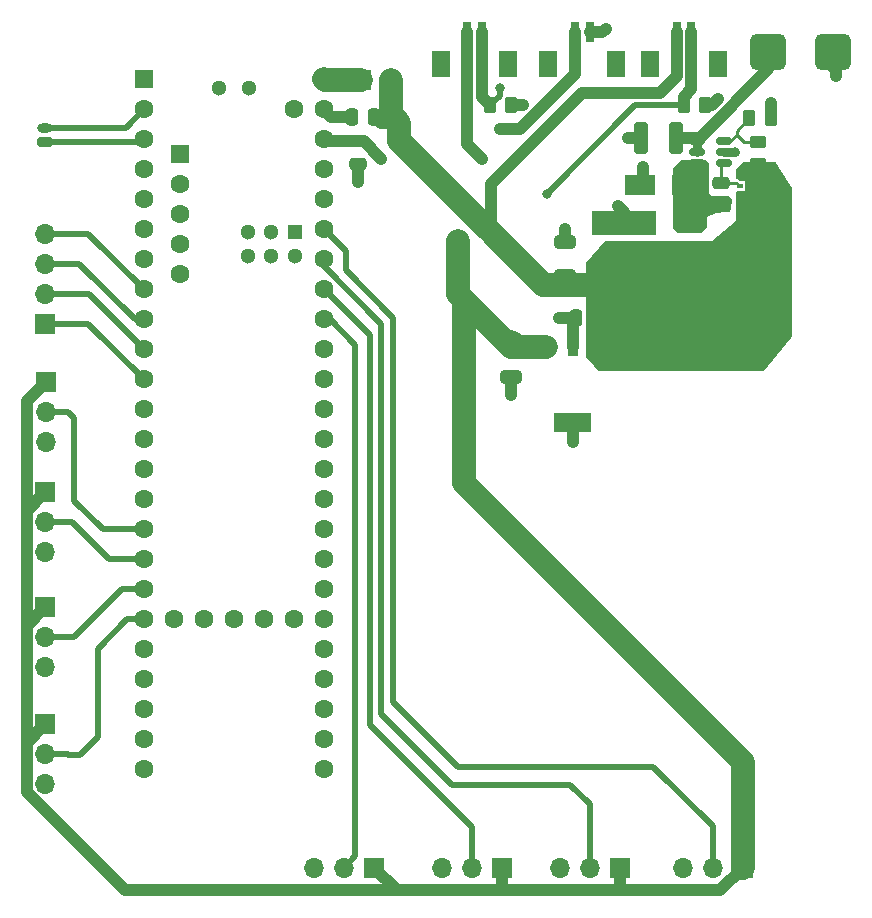
<source format=gbr>
%TF.GenerationSoftware,KiCad,Pcbnew,9.0.0*%
%TF.CreationDate,2025-03-31T19:53:22-05:00*%
%TF.ProjectId,HASP_Power_System,48415350-5f50-46f7-9765-725f53797374,rev?*%
%TF.SameCoordinates,Original*%
%TF.FileFunction,Copper,L1,Top*%
%TF.FilePolarity,Positive*%
%FSLAX46Y46*%
G04 Gerber Fmt 4.6, Leading zero omitted, Abs format (unit mm)*
G04 Created by KiCad (PCBNEW 9.0.0) date 2025-03-31 19:53:22*
%MOMM*%
%LPD*%
G01*
G04 APERTURE LIST*
G04 Aperture macros list*
%AMRoundRect*
0 Rectangle with rounded corners*
0 $1 Rounding radius*
0 $2 $3 $4 $5 $6 $7 $8 $9 X,Y pos of 4 corners*
0 Add a 4 corners polygon primitive as box body*
4,1,4,$2,$3,$4,$5,$6,$7,$8,$9,$2,$3,0*
0 Add four circle primitives for the rounded corners*
1,1,$1+$1,$2,$3*
1,1,$1+$1,$4,$5*
1,1,$1+$1,$6,$7*
1,1,$1+$1,$8,$9*
0 Add four rect primitives between the rounded corners*
20,1,$1+$1,$2,$3,$4,$5,0*
20,1,$1+$1,$4,$5,$6,$7,0*
20,1,$1+$1,$6,$7,$8,$9,0*
20,1,$1+$1,$8,$9,$2,$3,0*%
G04 Aperture macros list end*
%TA.AperFunction,EtchedComponent*%
%ADD10C,0.000000*%
%TD*%
%TA.AperFunction,SMDPad,CuDef*%
%ADD11RoundRect,0.250000X-0.262500X-0.450000X0.262500X-0.450000X0.262500X0.450000X-0.262500X0.450000X0*%
%TD*%
%TA.AperFunction,ComponentPad*%
%ADD12R,1.700000X1.700000*%
%TD*%
%TA.AperFunction,ComponentPad*%
%ADD13O,1.700000X1.700000*%
%TD*%
%TA.AperFunction,SMDPad,CuDef*%
%ADD14R,5.520000X2.000000*%
%TD*%
%TA.AperFunction,SMDPad,CuDef*%
%ADD15RoundRect,0.250000X-0.475000X0.250000X-0.475000X-0.250000X0.475000X-0.250000X0.475000X0.250000X0*%
%TD*%
%TA.AperFunction,SMDPad,CuDef*%
%ADD16RoundRect,0.250000X0.250000X0.475000X-0.250000X0.475000X-0.250000X-0.475000X0.250000X-0.475000X0*%
%TD*%
%TA.AperFunction,SMDPad,CuDef*%
%ADD17RoundRect,0.250000X0.650000X-0.325000X0.650000X0.325000X-0.650000X0.325000X-0.650000X-0.325000X0*%
%TD*%
%TA.AperFunction,SMDPad,CuDef*%
%ADD18R,0.700000X1.800000*%
%TD*%
%TA.AperFunction,SMDPad,CuDef*%
%ADD19R,1.600000X2.200000*%
%TD*%
%TA.AperFunction,SMDPad,CuDef*%
%ADD20R,2.500000X1.700000*%
%TD*%
%TA.AperFunction,SMDPad,CuDef*%
%ADD21RoundRect,0.150000X0.512500X0.150000X-0.512500X0.150000X-0.512500X-0.150000X0.512500X-0.150000X0*%
%TD*%
%TA.AperFunction,SMDPad,CuDef*%
%ADD22RoundRect,0.250000X0.325000X1.100000X-0.325000X1.100000X-0.325000X-1.100000X0.325000X-1.100000X0*%
%TD*%
%TA.AperFunction,SMDPad,CuDef*%
%ADD23R,0.838200X1.600200*%
%TD*%
%TA.AperFunction,SMDPad,CuDef*%
%ADD24RoundRect,0.250000X-0.650000X0.325000X-0.650000X-0.325000X0.650000X-0.325000X0.650000X0.325000X0*%
%TD*%
%TA.AperFunction,SMDPad,CuDef*%
%ADD25RoundRect,0.450000X-1.050000X-1.050000X1.050000X-1.050000X1.050000X1.050000X-1.050000X1.050000X0*%
%TD*%
%TA.AperFunction,SMDPad,CuDef*%
%ADD26R,0.600000X0.450000*%
%TD*%
%TA.AperFunction,ComponentPad*%
%ADD27R,1.600000X1.600000*%
%TD*%
%TA.AperFunction,ComponentPad*%
%ADD28C,1.600000*%
%TD*%
%TA.AperFunction,ComponentPad*%
%ADD29R,1.300000X1.300000*%
%TD*%
%TA.AperFunction,ComponentPad*%
%ADD30C,1.300000*%
%TD*%
%TA.AperFunction,SMDPad,CuDef*%
%ADD31R,1.400000X1.000000*%
%TD*%
%TA.AperFunction,SMDPad,CuDef*%
%ADD32RoundRect,0.250000X0.450000X-0.262500X0.450000X0.262500X-0.450000X0.262500X-0.450000X-0.262500X0*%
%TD*%
%TA.AperFunction,ComponentPad*%
%ADD33RoundRect,0.200000X0.450000X-0.200000X0.450000X0.200000X-0.450000X0.200000X-0.450000X-0.200000X0*%
%TD*%
%TA.AperFunction,ComponentPad*%
%ADD34O,1.300000X0.800000*%
%TD*%
%TA.AperFunction,ViaPad*%
%ADD35C,0.800000*%
%TD*%
%TA.AperFunction,Conductor*%
%ADD36C,1.000000*%
%TD*%
%TA.AperFunction,Conductor*%
%ADD37C,0.750000*%
%TD*%
%TA.AperFunction,Conductor*%
%ADD38C,0.250000*%
%TD*%
%TA.AperFunction,Conductor*%
%ADD39C,2.000000*%
%TD*%
%TA.AperFunction,Conductor*%
%ADD40C,0.500000*%
%TD*%
G04 APERTURE END LIST*
D10*
%TA.AperFunction,EtchedComponent*%
%TO.C,U2*%
G36*
X161774800Y-101181126D02*
G01*
X158625200Y-101181126D01*
X158625200Y-99580926D01*
X161774800Y-99580926D01*
X161774800Y-101181126D01*
G37*
%TD.AperFunction*%
%TD*%
D11*
%TO.P,R3,1*%
%TO.N,3V_Current*%
X153175000Y-73500000D03*
%TO.P,R3,2*%
%TO.N,GND*%
X155000000Y-73500000D03*
%TD*%
D12*
%TO.P,J5,1,Pin_1*%
%TO.N,Net-(J5-Pin_1)*%
X142225000Y-71375000D03*
D13*
%TO.P,J5,2,Pin_2*%
%TO.N,+5V*%
X144765000Y-71375000D03*
%TD*%
D14*
%TO.P,C3,1*%
%TO.N,+5V*%
X164500000Y-88706000D03*
%TO.P,C3,2*%
%TO.N,GND*%
X164500000Y-83500000D03*
%TD*%
D15*
%TO.P,C2,1*%
%TO.N,Net-(D2-K)*%
X172719400Y-80049800D03*
%TO.P,C2,2*%
%TO.N,/SW_NODE*%
X172719400Y-81949800D03*
%TD*%
D16*
%TO.P,C7,1*%
%TO.N,+5V*%
X143400000Y-74475662D03*
%TO.P,C7,2*%
%TO.N,GND*%
X141500000Y-74475662D03*
%TD*%
%TO.P,C5,1*%
%TO.N,+5V*%
X162400000Y-91500000D03*
%TO.P,C5,2*%
%TO.N,GND*%
X160500000Y-91500000D03*
%TD*%
D12*
%TO.P,J10,1,Pin_1*%
%TO.N,+3V3_LDO*%
X115510000Y-115990000D03*
D13*
%TO.P,J10,2,Pin_2*%
%TO.N,TEMP3*%
X115510000Y-118530000D03*
%TO.P,J10,3,Pin_3*%
%TO.N,GND*%
X115510000Y-121070000D03*
%TD*%
D17*
%TO.P,C4,1*%
%TO.N,+5V*%
X159500000Y-87975000D03*
%TO.P,C4,2*%
%TO.N,GND*%
X159500000Y-85025000D03*
%TD*%
D12*
%TO.P,J11,1,Pin_1*%
%TO.N,+3V3_LDO*%
X115520000Y-125900000D03*
D13*
%TO.P,J11,2,Pin_2*%
%TO.N,TEMP4*%
X115520000Y-128440000D03*
%TO.P,J11,3,Pin_3*%
%TO.N,GND*%
X115520000Y-130980000D03*
%TD*%
D18*
%TO.P,J7,1,Pin_1*%
%TO.N,+3V3_Teensy*%
X160375000Y-67300000D03*
%TO.P,J7,2,Pin_2*%
%TO.N,GND*%
X161625000Y-67300000D03*
D19*
%TO.P,J7,MP*%
%TO.N,N/C*%
X158125000Y-70000000D03*
X163875000Y-70000000D03*
%TD*%
D20*
%TO.P,D1,1,K*%
%TO.N,/SW_NODE*%
X169894400Y-80264800D03*
%TO.P,D1,2,A*%
%TO.N,GND*%
X165894400Y-80264800D03*
%TD*%
D11*
%TO.P,R4,1*%
%TO.N,5V_Current*%
X169587500Y-73500000D03*
%TO.P,R4,2*%
%TO.N,GND*%
X171412500Y-73500000D03*
%TD*%
D12*
%TO.P,J9,1,Pin_1*%
%TO.N,+3V3_LDO*%
X115540000Y-106250000D03*
D13*
%TO.P,J9,2,Pin_2*%
%TO.N,TEMP2*%
X115540000Y-108790000D03*
%TO.P,J9,3,Pin_3*%
%TO.N,GND*%
X115540000Y-111330000D03*
%TD*%
D11*
%TO.P,R2,1*%
%TO.N,Net-(U1-V_{FB})*%
X175156900Y-74599800D03*
%TO.P,R2,2*%
%TO.N,GND*%
X176981900Y-74599800D03*
%TD*%
D21*
%TO.P,U1,1,Boost*%
%TO.N,Net-(D2-K)*%
X172963100Y-78415200D03*
%TO.P,U1,2,GND*%
%TO.N,GND*%
X172963100Y-77465200D03*
%TO.P,U1,3,V_{FB}*%
%TO.N,Net-(U1-V_{FB})*%
X172963100Y-76515200D03*
%TO.P,U1,4,EN*%
%TO.N,VCC_30*%
X170688100Y-76515200D03*
%TO.P,U1,5,V_{IN}*%
X170688100Y-77465200D03*
%TO.P,U1,6,SW*%
%TO.N,/SW_NODE*%
X170688100Y-78415200D03*
%TD*%
D22*
%TO.P,C1,1*%
%TO.N,VCC_30*%
X168944200Y-76253400D03*
%TO.P,C1,2*%
%TO.N,GND*%
X165994200Y-76253400D03*
%TD*%
D12*
%TO.P,J12,1,Pin_1*%
%TO.N,+3V3_LDO*%
X174570000Y-138040000D03*
D13*
%TO.P,J12,2,Pin_2*%
%TO.N,TEMP5*%
X172030000Y-138040000D03*
%TO.P,J12,3,Pin_3*%
%TO.N,GND*%
X169490000Y-138040000D03*
%TD*%
D12*
%TO.P,J8,1,Pin_1*%
%TO.N,+3V3_LDO*%
X115570000Y-96935000D03*
D13*
%TO.P,J8,2,Pin_2*%
%TO.N,TEMP1*%
X115570000Y-99475000D03*
%TO.P,J8,3,Pin_3*%
%TO.N,GND*%
X115570000Y-102015000D03*
%TD*%
D23*
%TO.P,U2,1,IN*%
%TO.N,+5V*%
X162500000Y-93980226D03*
%TO.P,U2,2,GND*%
%TO.N,GND*%
X160200000Y-93980226D03*
%TO.P,U2,3,OUT*%
%TO.N,+3V3_LDO*%
X157900000Y-93980226D03*
%TD*%
D12*
%TO.P,J13,1,Pin_1*%
%TO.N,+3V3_LDO*%
X164160000Y-138070000D03*
D13*
%TO.P,J13,2,Pin_2*%
%TO.N,TEMP6*%
X161620000Y-138070000D03*
%TO.P,J13,3,Pin_3*%
%TO.N,GND*%
X159080000Y-138070000D03*
%TD*%
D24*
%TO.P,C6,1*%
%TO.N,+3V3_LDO*%
X155000000Y-93525000D03*
%TO.P,C6,2*%
%TO.N,GND*%
X155000000Y-96475000D03*
%TD*%
D25*
%TO.P,J16,1,Pin_1*%
%TO.N,VCC_30*%
X176750000Y-69000000D03*
%TO.P,J16,2,Pin_2*%
%TO.N,GND*%
X182250000Y-69000000D03*
%TD*%
D12*
%TO.P,J6,1,Pin_1*%
%TO.N,GPIO4*%
X115500000Y-92000000D03*
D13*
%TO.P,J6,2,Pin_2*%
%TO.N,GPIO3*%
X115500000Y-89460000D03*
%TO.P,J6,3,Pin_3*%
%TO.N,GPIO2*%
X115500000Y-86920000D03*
%TO.P,J6,4,Pin_4*%
%TO.N,GPIO1*%
X115500000Y-84380000D03*
%TD*%
D26*
%TO.P,D2,1,K*%
%TO.N,Net-(D2-K)*%
X174313600Y-80311800D03*
%TO.P,D2,2,A*%
%TO.N,+5V*%
X176413600Y-80311800D03*
%TD*%
D27*
%TO.P,U3,1,GND*%
%TO.N,GND*%
X123880000Y-71290000D03*
D28*
%TO.P,U3,2,0_RX1_CRX2_CS1*%
%TO.N,RX*%
X123880000Y-73830000D03*
%TO.P,U3,3,1_TX1_CTX2_MISO1*%
%TO.N,TX*%
X123880000Y-76370000D03*
%TO.P,U3,4,2_OUT2*%
%TO.N,unconnected-(U3-2_OUT2-Pad4)*%
X123880000Y-78910000D03*
%TO.P,U3,5,3_LRCLK2*%
%TO.N,unconnected-(U3-3_LRCLK2-Pad5)*%
X123880000Y-81450000D03*
%TO.P,U3,6,4_BCLK2*%
%TO.N,unconnected-(U3-4_BCLK2-Pad6)*%
X123880000Y-83990000D03*
%TO.P,U3,7,5_IN2*%
%TO.N,unconnected-(U3-5_IN2-Pad7)*%
X123880000Y-86530000D03*
%TO.P,U3,8,6_OUT1D*%
%TO.N,GPIO1*%
X123880000Y-89070000D03*
%TO.P,U3,9,7_RX2_OUT1A*%
%TO.N,GPIO2*%
X123880000Y-91610000D03*
%TO.P,U3,10,8_TX2_IN1*%
%TO.N,GPIO3*%
X123880000Y-94150000D03*
%TO.P,U3,11,9_OUT1C*%
%TO.N,GPIO4*%
X123880000Y-96690000D03*
%TO.P,U3,12,10_CS_MQSR*%
%TO.N,unconnected-(U3-10_CS_MQSR-Pad12)*%
X123880000Y-99230000D03*
%TO.P,U3,13,11_MOSI_CTX1*%
%TO.N,unconnected-(U3-11_MOSI_CTX1-Pad13)*%
X123880000Y-101770000D03*
%TO.P,U3,14,12_MISO_MQSL*%
%TO.N,unconnected-(U3-12_MISO_MQSL-Pad14)*%
X123880000Y-104310000D03*
%TO.P,U3,15,3V3*%
%TO.N,unconnected-(U3-3V3-Pad15)*%
X123880000Y-106850000D03*
%TO.P,U3,16,24_A10_TX6_SCL2*%
%TO.N,TEMP1*%
X123880000Y-109390000D03*
%TO.P,U3,17,25_A11_RX6_SDA2*%
%TO.N,TEMP2*%
X123880000Y-111930000D03*
%TO.P,U3,18,26_A12_MOSI1*%
%TO.N,TEMP3*%
X123880000Y-114470000D03*
%TO.P,U3,19,27_A13_SCK1*%
%TO.N,TEMP4*%
X123880000Y-117010000D03*
%TO.P,U3,20,28_RX7*%
%TO.N,unconnected-(U3-28_RX7-Pad20)*%
X123880000Y-119550000D03*
%TO.P,U3,21,29_TX7*%
%TO.N,unconnected-(U3-29_TX7-Pad21)*%
X123880000Y-122090000D03*
%TO.P,U3,22,30_CRX3*%
%TO.N,unconnected-(U3-30_CRX3-Pad22)*%
X123880000Y-124630000D03*
%TO.P,U3,23,31_CTX3*%
%TO.N,unconnected-(U3-31_CTX3-Pad23)*%
X123880000Y-127170000D03*
%TO.P,U3,24,32_OUT1B*%
%TO.N,unconnected-(U3-32_OUT1B-Pad24)*%
X123880000Y-129710000D03*
%TO.P,U3,25,33_MCLK2*%
%TO.N,unconnected-(U3-33_MCLK2-Pad25)*%
X139120000Y-129710000D03*
%TO.P,U3,26,34_RX8*%
%TO.N,unconnected-(U3-34_RX8-Pad26)*%
X139120000Y-127170000D03*
%TO.P,U3,27,35_TX8*%
%TO.N,unconnected-(U3-35_TX8-Pad27)*%
X139120000Y-124630000D03*
%TO.P,U3,28,36_CS*%
%TO.N,unconnected-(U3-36_CS-Pad28)*%
X139120000Y-122090000D03*
%TO.P,U3,29,37_CS*%
%TO.N,unconnected-(U3-37_CS-Pad29)*%
X139120000Y-119550000D03*
%TO.P,U3,30,38_CS1_IN1*%
%TO.N,unconnected-(U3-38_CS1_IN1-Pad30)*%
X139120000Y-117010000D03*
%TO.P,U3,31,39_MISO1_OUT1A*%
%TO.N,unconnected-(U3-39_MISO1_OUT1A-Pad31)*%
X139120000Y-114470000D03*
%TO.P,U3,32,40_A16*%
%TO.N,unconnected-(U3-40_A16-Pad32)*%
X139120000Y-111930000D03*
%TO.P,U3,33,41_A17*%
%TO.N,unconnected-(U3-41_A17-Pad33)*%
X139120000Y-109390000D03*
%TO.P,U3,34,GND*%
%TO.N,GND*%
X139120000Y-106850000D03*
%TO.P,U3,35,13_SCK_LED*%
%TO.N,unconnected-(U3-13_SCK_LED-Pad35)*%
X139120000Y-104310000D03*
%TO.P,U3,36,14_A0_TX3_SPDIF_OUT*%
%TO.N,unconnected-(U3-14_A0_TX3_SPDIF_OUT-Pad36)*%
X139120000Y-101770000D03*
%TO.P,U3,37,15_A1_RX3_SPDIF_IN*%
%TO.N,unconnected-(U3-15_A1_RX3_SPDIF_IN-Pad37)*%
X139120000Y-99230000D03*
%TO.P,U3,38,16_A2_RX4_SCL1*%
%TO.N,unconnected-(U3-16_A2_RX4_SCL1-Pad38)*%
X139120000Y-96690000D03*
%TO.P,U3,39,17_A3_TX4_SDA1*%
%TO.N,unconnected-(U3-17_A3_TX4_SDA1-Pad39)*%
X139120000Y-94150000D03*
%TO.P,U3,40,18_A4_SDA*%
%TO.N,TEMP8*%
X139120000Y-91610000D03*
%TO.P,U3,41,19_A5_SCL*%
%TO.N,TEMP7*%
X139120000Y-89070000D03*
%TO.P,U3,42,20_A6_TX5_LRCLK1*%
%TO.N,TEMP6*%
X139120000Y-86530000D03*
%TO.P,U3,43,21_A7_RX5_BCLK1*%
%TO.N,TEMP5*%
X139120000Y-83990000D03*
%TO.P,U3,44,22_A8_CTX1*%
%TO.N,5V_Current*%
X139120000Y-81450000D03*
%TO.P,U3,45,23_A9_CRX1_MCLK1*%
%TO.N,3V_Current*%
X139120000Y-78910000D03*
%TO.P,U3,46,3V3*%
%TO.N,+3V3_Teensy*%
X139120000Y-76370000D03*
%TO.P,U3,47,GND*%
%TO.N,GND*%
X139120000Y-73830000D03*
%TO.P,U3,48,VIN*%
%TO.N,Net-(J5-Pin_1)*%
X139120000Y-71290000D03*
%TO.P,U3,49,VUSB*%
%TO.N,unconnected-(U3-VUSB-Pad49)*%
X136580000Y-73830000D03*
%TO.P,U3,50,VBAT*%
%TO.N,unconnected-(U3-VBAT-Pad50)*%
X126420000Y-117010000D03*
%TO.P,U3,51,3V3*%
%TO.N,unconnected-(U3-3V3-Pad51)*%
X128960000Y-117010000D03*
%TO.P,U3,52,GND*%
%TO.N,unconnected-(U3-GND-Pad52)*%
X131500000Y-117010000D03*
%TO.P,U3,53,PROGRAM*%
%TO.N,unconnected-(U3-PROGRAM-Pad53)*%
X134040000Y-117010000D03*
%TO.P,U3,54,ON_OFF*%
%TO.N,unconnected-(U3-ON_OFF-Pad54)*%
X136580000Y-117010000D03*
D27*
%TO.P,U3,55,5V*%
%TO.N,unconnected-(U3-5V-Pad55)*%
X126930800Y-77589200D03*
D28*
%TO.P,U3,56,D-*%
%TO.N,unconnected-(U3-D--Pad56)*%
X126930800Y-80129200D03*
%TO.P,U3,57,D+*%
%TO.N,unconnected-(U3-D+-Pad57)*%
X126930800Y-82669200D03*
%TO.P,U3,58,GND*%
%TO.N,unconnected-(U3-GND-Pad58)*%
X126930800Y-85209200D03*
%TO.P,U3,59,GND*%
%TO.N,unconnected-(U3-GND-Pad59)*%
X126930800Y-87749200D03*
D29*
%TO.P,U3,60,R+*%
%TO.N,unconnected-(U3-R+-Pad60)*%
X136681600Y-84260000D03*
D30*
%TO.P,U3,61,LED*%
%TO.N,unconnected-(U3-LED-Pad61)*%
X134681600Y-84260000D03*
%TO.P,U3,62,T-*%
%TO.N,unconnected-(U3-T--Pad62)*%
X132681600Y-84260000D03*
%TO.P,U3,63,T+*%
%TO.N,unconnected-(U3-T+-Pad63)*%
X132681600Y-86260000D03*
%TO.P,U3,64,GND*%
%TO.N,unconnected-(U3-GND-Pad64)*%
X134681600Y-86260000D03*
%TO.P,U3,65,R-*%
%TO.N,unconnected-(U3-R--Pad65)*%
X136681600Y-86260000D03*
%TO.P,U3,66,D-*%
%TO.N,unconnected-(U3-D--Pad66)*%
X132770000Y-72020000D03*
%TO.P,U3,67,D+*%
%TO.N,unconnected-(U3-D+-Pad67)*%
X130230000Y-72020000D03*
%TD*%
D18*
%TO.P,J3,1,Pin_1*%
%TO.N,+5V*%
X168995000Y-67300000D03*
%TO.P,J3,2,Pin_2*%
%TO.N,5V_Current*%
X170245000Y-67300000D03*
D19*
%TO.P,J3,MP*%
%TO.N,N/C*%
X166745000Y-70000000D03*
X172495000Y-70000000D03*
%TD*%
D31*
%TO.P,L1,1*%
%TO.N,/SW_NODE*%
X170227879Y-83635396D03*
%TO.P,L1,2*%
%TO.N,+5V*%
X170227879Y-86935396D03*
%TD*%
D32*
%TO.P,R1,1*%
%TO.N,+5V*%
X175871600Y-78430300D03*
%TO.P,R1,2*%
%TO.N,Net-(U1-V_{FB})*%
X175871600Y-76605300D03*
%TD*%
D12*
%TO.P,J14,1,Pin_1*%
%TO.N,+3V3_LDO*%
X154170000Y-138080000D03*
D13*
%TO.P,J14,2,Pin_2*%
%TO.N,TEMP7*%
X151630000Y-138080000D03*
%TO.P,J14,3,Pin_3*%
%TO.N,GND*%
X149090000Y-138080000D03*
%TD*%
D15*
%TO.P,C8,1*%
%TO.N,+3V3_Teensy*%
X142000000Y-76550000D03*
%TO.P,C8,2*%
%TO.N,GND*%
X142000000Y-78450000D03*
%TD*%
D12*
%TO.P,J15,1,Pin_1*%
%TO.N,+3V3_LDO*%
X143360000Y-138030000D03*
D13*
%TO.P,J15,2,Pin_2*%
%TO.N,TEMP8*%
X140820000Y-138030000D03*
%TO.P,J15,3,Pin_3*%
%TO.N,GND*%
X138280000Y-138030000D03*
%TD*%
D18*
%TO.P,J2,1,Pin_1*%
%TO.N,+3V3_LDO*%
X151250000Y-67300000D03*
%TO.P,J2,2,Pin_2*%
%TO.N,3V_Current*%
X152500000Y-67300000D03*
D19*
%TO.P,J2,MP*%
%TO.N,N/C*%
X149000000Y-70000000D03*
X154750000Y-70000000D03*
%TD*%
D33*
%TO.P,J4,1,Pin_1*%
%TO.N,TX*%
X115500000Y-76625000D03*
D34*
%TO.P,J4,2,Pin_2*%
%TO.N,RX*%
X115500000Y-75375000D03*
%TD*%
D35*
%TO.N,GND*%
X159000000Y-91500000D03*
X142000000Y-80000000D03*
X166168800Y-78737000D03*
X173966600Y-77416200D03*
X172500000Y-73000000D03*
X155000000Y-98000000D03*
X159500000Y-84000000D03*
X163000000Y-67000000D03*
X156000000Y-73500000D03*
X164000000Y-82000000D03*
X177009400Y-73319800D03*
X182500000Y-71000000D03*
X160196096Y-101981180D03*
X164979400Y-76289800D03*
%TO.N,+3V3_Teensy*%
X144000000Y-78000000D03*
X154000000Y-75500000D03*
%TO.N,+3V3_LDO*%
X150500000Y-85000000D03*
X152500000Y-78000000D03*
%TO.N,3V_Current*%
X154000000Y-72000000D03*
%TO.N,5V_Current*%
X158000000Y-81000000D03*
%TD*%
D36*
%TO.N,VCC_30*%
X176750000Y-70448470D02*
X170945070Y-76253400D01*
X177000000Y-69500000D02*
X177000000Y-69250000D01*
X170945070Y-76253400D02*
X168944200Y-76253400D01*
X177000000Y-69250000D02*
X176750000Y-69000000D01*
X176750000Y-69000000D02*
X176750000Y-70448470D01*
D37*
X170688100Y-77465200D02*
X170688100Y-76515200D01*
D36*
%TO.N,GND*%
X176999400Y-74192300D02*
X176999400Y-73279800D01*
X182250000Y-69000000D02*
X182250000Y-70250000D01*
X182500000Y-70500000D02*
X182500000Y-71000000D01*
X164500000Y-82500000D02*
X164000000Y-82000000D01*
X171412500Y-73500000D02*
X172000000Y-73500000D01*
X160200000Y-101977276D02*
X160196096Y-101981180D01*
D37*
X172963100Y-77465200D02*
X173917600Y-77465200D01*
D36*
X165879400Y-76289800D02*
X164899000Y-76289800D01*
X139765662Y-74475662D02*
X139120000Y-73830000D01*
X155000000Y-73500000D02*
X156000000Y-73500000D01*
X162700000Y-67300000D02*
X163000000Y-67000000D01*
X141500000Y-74475662D02*
X139765662Y-74475662D01*
X166175400Y-80159400D02*
X166175400Y-78743600D01*
D37*
X173917600Y-77465200D02*
X173966600Y-77416200D01*
D36*
X160200000Y-100381026D02*
X160200000Y-101977276D01*
X159500000Y-85025000D02*
X159500000Y-84000000D01*
X160200000Y-91800000D02*
X160500000Y-91500000D01*
X172000000Y-73500000D02*
X172500000Y-73000000D01*
X166175400Y-78743600D02*
X166168800Y-78737000D01*
X160200000Y-93980226D02*
X160200000Y-91800000D01*
X160500000Y-91500000D02*
X159000000Y-91500000D01*
X161625000Y-67300000D02*
X162700000Y-67300000D01*
X182250000Y-70250000D02*
X182500000Y-70500000D01*
X155000000Y-96475000D02*
X155000000Y-98000000D01*
X142000000Y-78450000D02*
X142000000Y-80000000D01*
X164500000Y-83500000D02*
X164500000Y-82500000D01*
D38*
%TO.N,Net-(D2-K)*%
X172719400Y-80049800D02*
X174051600Y-80049800D01*
X172719400Y-80049800D02*
X172719400Y-78658900D01*
X172719400Y-78658900D02*
X172963100Y-78415200D01*
X174051600Y-80049800D02*
X174313600Y-80311800D01*
D36*
%TO.N,+5V*%
X168995000Y-71052000D02*
X167585500Y-72461500D01*
X168995000Y-67300000D02*
X168995000Y-71052000D01*
D39*
X153250000Y-84250000D02*
X145500000Y-76500000D01*
D36*
X143924338Y-75000000D02*
X145500000Y-75000000D01*
D39*
X145500000Y-76500000D02*
X145500000Y-75000000D01*
X144765000Y-74265000D02*
X144765000Y-71375000D01*
X145500000Y-75000000D02*
X144765000Y-74265000D01*
D36*
X143400000Y-74475662D02*
X143924338Y-75000000D01*
D39*
X157706000Y-88706000D02*
X153250000Y-84250000D01*
D36*
X153250000Y-80185656D02*
X153250000Y-84250000D01*
X167585500Y-72461500D02*
X160974156Y-72461500D01*
X160974156Y-72461500D02*
X153250000Y-80185656D01*
D39*
X164500000Y-88706000D02*
X157706000Y-88706000D01*
D38*
%TO.N,Net-(U1-V_{FB})*%
X173548700Y-76515200D02*
X174069150Y-75994750D01*
X175871600Y-76605300D02*
X174679700Y-76605300D01*
X174069150Y-75994750D02*
X174069150Y-75687550D01*
X172963100Y-76515200D02*
X173548700Y-76515200D01*
X174679700Y-76605300D02*
X174069150Y-75994750D01*
X174069150Y-75687550D02*
X175156900Y-74599800D01*
D40*
%TO.N,TEMP7*%
X139120000Y-89070000D02*
X143000000Y-92950000D01*
X151630000Y-134630000D02*
X151630000Y-138080000D01*
X143000000Y-126000000D02*
X151630000Y-134630000D01*
X143000000Y-92950000D02*
X143000000Y-126000000D01*
%TO.N,TEMP4*%
X120000000Y-119500000D02*
X122490000Y-117010000D01*
X120000000Y-127000000D02*
X120000000Y-119500000D01*
X115520000Y-128440000D02*
X117440000Y-128440000D01*
X117500000Y-128500000D02*
X118500000Y-128500000D01*
X117440000Y-128440000D02*
X117500000Y-128500000D01*
X118500000Y-128500000D02*
X120000000Y-127000000D01*
X122490000Y-117010000D02*
X123880000Y-117010000D01*
%TO.N,TEMP5*%
X140959000Y-85829000D02*
X140959000Y-87459000D01*
X140959000Y-87459000D02*
X145000000Y-91500000D01*
X145000000Y-124000000D02*
X150500000Y-129500000D01*
X167000000Y-129500000D02*
X172030000Y-134530000D01*
X145000000Y-91500000D02*
X145000000Y-124000000D01*
X172030000Y-134580000D02*
X172030000Y-134520000D01*
X139120000Y-83990000D02*
X140959000Y-85829000D01*
X172030000Y-134530000D02*
X172030000Y-134580000D01*
X172030000Y-138040000D02*
X172030000Y-134580000D01*
X150500000Y-129500000D02*
X167000000Y-129500000D01*
D36*
%TO.N,+3V3_Teensy*%
X160375000Y-67300000D02*
X160375000Y-70823470D01*
X155698470Y-75500000D02*
X154000000Y-75500000D01*
X142550000Y-76550000D02*
X144000000Y-78000000D01*
X139300000Y-76550000D02*
X139120000Y-76370000D01*
X160375000Y-70823470D02*
X155698470Y-75500000D01*
X142000000Y-76550000D02*
X142550000Y-76550000D01*
X142000000Y-76550000D02*
X139300000Y-76550000D01*
D40*
%TO.N,TEMP3*%
X115510000Y-118530000D02*
X117970000Y-118530000D01*
X122030000Y-114470000D02*
X123880000Y-114470000D01*
X117970000Y-118530000D02*
X122030000Y-114470000D01*
%TO.N,TEMP1*%
X120390000Y-109390000D02*
X123880000Y-109390000D01*
X118000000Y-107000000D02*
X120390000Y-109390000D01*
X117475000Y-99475000D02*
X118000000Y-100000000D01*
X118000000Y-100000000D02*
X118000000Y-107000000D01*
X115570000Y-99475000D02*
X117475000Y-99475000D01*
%TO.N,TEMP8*%
X139615000Y-91610000D02*
X141780000Y-93775000D01*
X141780000Y-137070000D02*
X140820000Y-138030000D01*
X141780000Y-93775000D02*
X141780000Y-137070000D01*
X139120000Y-91610000D02*
X139615000Y-91610000D01*
D36*
%TO.N,+3V3_LDO*%
X151250000Y-67300000D02*
X151250000Y-76750000D01*
X113959000Y-117541000D02*
X115510000Y-115990000D01*
X113959000Y-117541000D02*
X113959000Y-107831000D01*
X155025000Y-93500000D02*
X155000000Y-93525000D01*
X164160000Y-138070000D02*
X164160000Y-139880000D01*
X154170000Y-139800000D02*
X154020000Y-139950000D01*
D39*
X151000000Y-90000000D02*
X150500000Y-89500000D01*
D36*
X154170000Y-138080000D02*
X154170000Y-139800000D01*
X113969000Y-127451000D02*
X115520000Y-125900000D01*
X145280000Y-139950000D02*
X154020000Y-139950000D01*
X113969000Y-131622446D02*
X113969000Y-127451000D01*
X113959000Y-127441000D02*
X113959000Y-117541000D01*
X154020000Y-139950000D02*
X164090000Y-139950000D01*
X113959000Y-107831000D02*
X115540000Y-106250000D01*
X145280000Y-139950000D02*
X122296554Y-139950000D01*
X113959000Y-107831000D02*
X113959000Y-98546000D01*
X164160000Y-139880000D02*
X164090000Y-139950000D01*
X151250000Y-76750000D02*
X152500000Y-78000000D01*
X143360000Y-138030000D02*
X145280000Y-139950000D01*
X113959000Y-98546000D02*
X115570000Y-96935000D01*
X164090000Y-139950000D02*
X172660000Y-139950000D01*
D39*
X174570000Y-129070000D02*
X174570000Y-138040000D01*
X155455226Y-93980226D02*
X154980226Y-93980226D01*
X155455226Y-93980226D02*
X155000000Y-93525000D01*
D36*
X172660000Y-139950000D02*
X174570000Y-138040000D01*
D39*
X151000000Y-105500000D02*
X174570000Y-129070000D01*
X150500000Y-88500000D02*
X150500000Y-85000000D01*
X150500000Y-89500000D02*
X150500000Y-88500000D01*
D36*
X155000000Y-93525000D02*
X154525000Y-93525000D01*
D39*
X151500000Y-90500000D02*
X151000000Y-90000000D01*
X151000000Y-90000000D02*
X151000000Y-105500000D01*
D36*
X113969000Y-127451000D02*
X113959000Y-127441000D01*
D39*
X154980226Y-93980226D02*
X151500000Y-90500000D01*
X157900000Y-93980226D02*
X155455226Y-93980226D01*
D36*
X122296554Y-139950000D02*
X113969000Y-131622446D01*
D40*
%TO.N,RX*%
X115500000Y-75375000D02*
X122335000Y-75375000D01*
X122335000Y-75375000D02*
X123880000Y-73830000D01*
%TO.N,TX*%
X115500000Y-76625000D02*
X123625000Y-76625000D01*
X123625000Y-76625000D02*
X123880000Y-76370000D01*
%TO.N,TEMP6*%
X144000000Y-92000000D02*
X144000000Y-125000000D01*
X160000000Y-131000000D02*
X161620000Y-132620000D01*
X144000000Y-125000000D02*
X150000000Y-131000000D01*
X139120000Y-86530000D02*
X139120000Y-87120000D01*
X139120000Y-87120000D02*
X144000000Y-92000000D01*
X150000000Y-131000000D02*
X160000000Y-131000000D01*
X161620000Y-132620000D02*
X161620000Y-138070000D01*
D39*
%TO.N,Net-(J5-Pin_1)*%
X139205000Y-71375000D02*
X139120000Y-71290000D01*
X142225000Y-71375000D02*
X139205000Y-71375000D01*
D40*
%TO.N,GPIO3*%
X117960000Y-89460000D02*
X115500000Y-89460000D01*
X123880000Y-94150000D02*
X119230000Y-89500000D01*
X118000000Y-89500000D02*
X117960000Y-89460000D01*
X119230000Y-89500000D02*
X118000000Y-89500000D01*
%TO.N,GPIO4*%
X123880000Y-96690000D02*
X123880000Y-96380000D01*
X119190000Y-92000000D02*
X115500000Y-92000000D01*
X123880000Y-96690000D02*
X119190000Y-92000000D01*
%TO.N,GPIO2*%
X123110000Y-91610000D02*
X118420000Y-86920000D01*
X123880000Y-91610000D02*
X123110000Y-91610000D01*
X118420000Y-86920000D02*
X115500000Y-86920000D01*
%TO.N,GPIO1*%
X119190000Y-84380000D02*
X115500000Y-84380000D01*
X123880000Y-89070000D02*
X119190000Y-84380000D01*
X115826196Y-84125000D02*
X115500000Y-84125000D01*
%TO.N,TEMP2*%
X120930000Y-111930000D02*
X123880000Y-111930000D01*
X117790000Y-108790000D02*
X120930000Y-111930000D01*
X115540000Y-108790000D02*
X117790000Y-108790000D01*
%TO.N,3V_Current*%
X154000000Y-72675000D02*
X154000000Y-72000000D01*
D36*
X152500000Y-72825000D02*
X153175000Y-73500000D01*
D40*
X153175000Y-73500000D02*
X154000000Y-72675000D01*
D36*
X152500000Y-67300000D02*
X152500000Y-72825000D01*
D40*
%TO.N,5V_Current*%
X165500000Y-73500000D02*
X158000000Y-81000000D01*
X169587500Y-73500000D02*
X165500000Y-73500000D01*
D36*
X170245000Y-72142500D02*
X169587500Y-72800000D01*
X170245000Y-67300000D02*
X170245000Y-72142500D01*
X169587500Y-72800000D02*
X169587500Y-73500000D01*
%TD*%
%TA.AperFunction,Conductor*%
%TO.N,/SW_NODE*%
G36*
X171370167Y-78119503D02*
G01*
X171438185Y-78139845D01*
X171466960Y-78165599D01*
X171724481Y-78479610D01*
X171752212Y-78544967D01*
X171753052Y-78558742D01*
X171761090Y-79876949D01*
X171772073Y-80556924D01*
X171772087Y-80559746D01*
X171769400Y-80989800D01*
X172019400Y-81214800D01*
X173268147Y-81190314D01*
X173318671Y-81199815D01*
X173573981Y-81305165D01*
X173629321Y-81349638D01*
X173651833Y-81416971D01*
X173651878Y-81424840D01*
X173631111Y-82241691D01*
X173625460Y-82259270D01*
X173624886Y-82277728D01*
X173609589Y-82308641D01*
X173609384Y-82309282D01*
X173608981Y-82309872D01*
X173488662Y-82484881D01*
X173433587Y-82529683D01*
X173395085Y-82539080D01*
X173068526Y-82565738D01*
X173059573Y-82566149D01*
X172290649Y-82574075D01*
X172290648Y-82574076D01*
X171569399Y-82989799D01*
X171569399Y-82989800D01*
X171571972Y-83780369D01*
X171552192Y-83848554D01*
X171535864Y-83869072D01*
X171152300Y-84259577D01*
X171090295Y-84294159D01*
X171064259Y-84297270D01*
X169222264Y-84324312D01*
X169153857Y-84305312D01*
X169132144Y-84288239D01*
X168708048Y-83871862D01*
X168673454Y-83809866D01*
X168670324Y-83782418D01*
X168666974Y-82874101D01*
X168666975Y-82872942D01*
X168668621Y-82574076D01*
X168689100Y-78854265D01*
X168709477Y-78786257D01*
X168729280Y-78762703D01*
X168969036Y-78539680D01*
X169042190Y-78471369D01*
X169392822Y-78143955D01*
X169456261Y-78112083D01*
X169479442Y-78110050D01*
X171370167Y-78119503D01*
G37*
%TD.AperFunction*%
%TD*%
%TA.AperFunction,Conductor*%
%TO.N,+5V*%
G36*
X177400040Y-78320552D02*
G01*
X177440934Y-78362551D01*
X178421550Y-80008571D01*
X178716289Y-80503306D01*
X178734042Y-80567794D01*
X178734042Y-93077049D01*
X178714040Y-93145170D01*
X178705285Y-93157172D01*
X176381662Y-95977279D01*
X176322907Y-96017134D01*
X176284181Y-96023156D01*
X162468693Y-95997109D01*
X162400611Y-95976978D01*
X162373853Y-95953791D01*
X162008172Y-95533287D01*
X161338068Y-94762718D01*
X161308462Y-94698191D01*
X161307147Y-94680253D01*
X161294605Y-86939803D01*
X161314497Y-86871651D01*
X161326589Y-86855714D01*
X162962424Y-85022340D01*
X163022701Y-84984827D01*
X163056440Y-84980226D01*
X171999999Y-84980226D01*
X172000000Y-84980226D01*
X174000000Y-83308711D01*
X174000000Y-80863300D01*
X174020002Y-80795179D01*
X174073658Y-80748686D01*
X174126000Y-80737300D01*
X174633347Y-80737300D01*
X174633348Y-80737300D01*
X174691831Y-80725667D01*
X174758152Y-80681352D01*
X174802467Y-80615031D01*
X174814100Y-80556548D01*
X174814100Y-80067052D01*
X174802467Y-80008569D01*
X174758152Y-79942248D01*
X174691831Y-79897933D01*
X174691828Y-79897932D01*
X174633350Y-79886300D01*
X174633348Y-79886300D01*
X174400617Y-79886300D01*
X174332496Y-79866298D01*
X174311526Y-79849399D01*
X174251462Y-79789335D01*
X174251461Y-79789334D01*
X174251458Y-79789332D01*
X174177243Y-79746484D01*
X174177240Y-79746483D01*
X174177239Y-79746482D01*
X174177237Y-79746481D01*
X174177236Y-79746481D01*
X174093389Y-79724015D01*
X174032766Y-79687063D01*
X174001745Y-79623203D01*
X174000000Y-79602308D01*
X174000000Y-79026774D01*
X174020002Y-78958653D01*
X174030259Y-78944861D01*
X174526677Y-78364696D01*
X174586162Y-78325943D01*
X174621496Y-78320618D01*
X177331778Y-78301042D01*
X177400040Y-78320552D01*
G37*
%TD.AperFunction*%
%TD*%
M02*

</source>
